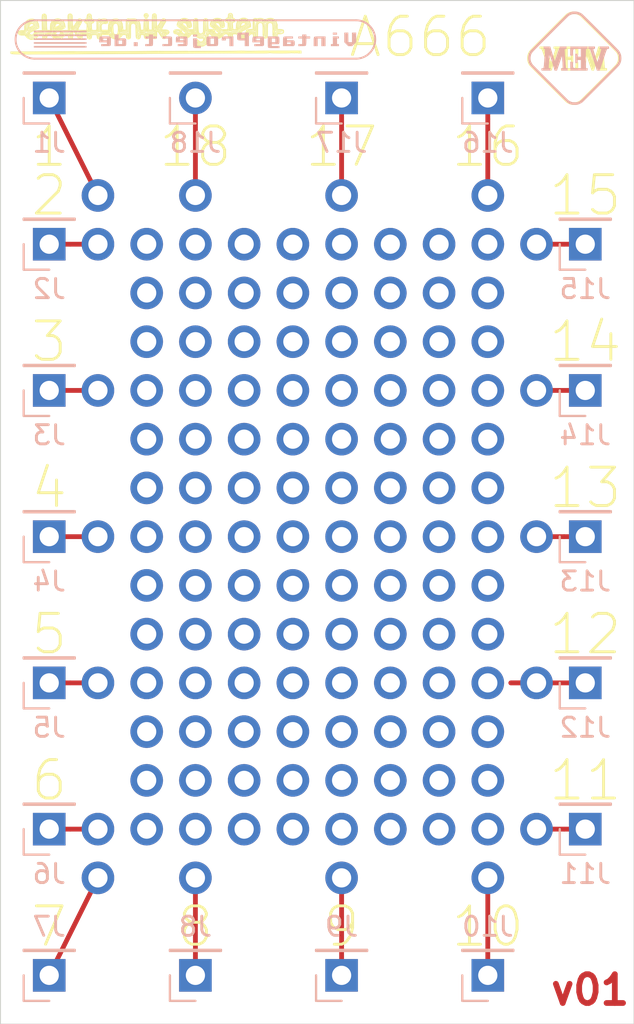
<source format=kicad_pcb>
(kicad_pcb (version 20171130) (host pcbnew "(5.1.2)-1")
  (title_block (title "NKM Proto Module A666") (date 2019-05-01) (rev v01) (company VintageProject) (comment 2 "VEB Numerik Karl Marx") (comment 3 "NKM Baukasten 100/150") (comment 4 "Proto Module A666"))
  (layers (0 F.Cu signal) (31 B.Cu signal) (34 B.Paste user) (35 F.Paste user) (36 B.SilkS user) (37 F.SilkS user) (38 B.Mask user) (39 F.Mask user) (44 Edge.Cuts user))
  (net 0 "")
  (net 1 "Net-(J1-Pad1)")
  (net 2 "Net-(J2-Pad1)")
  (net 3 "Net-(J3-Pad1)")
  (net 4 "Net-(J4-Pad1)")
  (net 5 "Net-(J5-Pad1)")
  (net 6 "Net-(J6-Pad1)")
  (net 7 "Net-(J7-Pad1)")
  (net 8 "Net-(J8-Pad1)")
  (net 9 "Net-(J9-Pad1)")
  (net 10 "Net-(J10-Pad1)")
  (net 11 "Net-(J11-Pad1)")
  (net 12 "Net-(J12-Pad1)")
  (net 13 "Net-(J13-Pad1)")
  (net 14 "Net-(J14-Pad1)")
  (net 15 "Net-(J15-Pad1)")
  (net 16 "Net-(J16-Pad1)")
  (net 17 "Net-(J17-Pad1)")
  (net 18 "Net-(J18-Pad1)")
  (module Thilo_Lib:Logo_VEM2 (layer F.Cu) (at 179.73359 63.969637)
    (fp_text reference G*** hide)
    (fp_text value LOGO hide)
  )
  (module Thilo_Lib:Logo_elektroniksystem_15mm (layer F.Cu) (at 157.929604 62.55204)
    (fp_text reference G*** hide)
    (fp_text value LOGO hide)
  )
  (module Thilo_Lib:Logo_VEM2 (layer B.Cu) (at 179.801095 63.969637 180)
    (fp_text reference G*** hide)
    (fp_text value LOGO hide)
  )
  (module Thilo_Lib:LOGO_VintageProject_F.SilkS (layer B.Cu) (at 160.02 62.992 180)
    (fp_text reference G*** hide)
    (fp_text value LOGO_VintageProject_F.SilkS hide)
  )
  (module Connector_PinHeader_2.54mm:PinHeader_1x01_P2.54mm_Vertical (layer B.Cu) (at 152.4 66.04)
    (fp_text reference J1 (at 0 2.33) (layer B.SilkS) (effects (justify mirror)))
    (fp_text value Conn_01x01_Male hide)
    (pad 1 thru_hole rect (at 0 0) (size 1.7 1.7) (drill 1) (layers *.Cu *.Mask) (net 1 "Net-(J1-Pad1)"))
  )
  (module Connector_PinHeader_2.54mm:PinHeader_1x01_P2.54mm_Vertical (layer B.Cu) (at 152.4 73.66)
    (fp_text reference J2 (at 0 2.33) (layer B.SilkS) (effects (justify mirror)))
    (fp_text value Conn_01x01_Male hide)
    (pad 1 thru_hole rect (at 0 0) (size 1.7 1.7) (drill 1) (layers *.Cu *.Mask) (net 2 "Net-(J2-Pad1)"))
  )
  (module Connector_PinHeader_2.54mm:PinHeader_1x01_P2.54mm_Vertical (layer B.Cu) (at 152.4 81.28)
    (fp_text reference J3 (at 0 2.33) (layer B.SilkS) (effects (justify mirror)))
    (fp_text value Conn_01x01_Male hide)
    (pad 1 thru_hole rect (at 0 0) (size 1.7 1.7) (drill 1) (layers *.Cu *.Mask) (net 3 "Net-(J3-Pad1)"))
  )
  (module Connector_PinHeader_2.54mm:PinHeader_1x01_P2.54mm_Vertical (layer B.Cu) (at 152.4 88.9)
    (fp_text reference J4 (at 0 2.33) (layer B.SilkS) (effects (justify mirror)))
    (fp_text value Conn_01x01_Male hide)
    (pad 1 thru_hole rect (at 0 0) (size 1.7 1.7) (drill 1) (layers *.Cu *.Mask) (net 4 "Net-(J4-Pad1)"))
  )
  (module Connector_PinHeader_2.54mm:PinHeader_1x01_P2.54mm_Vertical (layer B.Cu) (at 152.4 96.52)
    (fp_text reference J5 (at 0 2.33) (layer B.SilkS) (effects (justify mirror)))
    (fp_text value Conn_01x01_Male hide)
    (pad 1 thru_hole rect (at 0 0) (size 1.7 1.7) (drill 1) (layers *.Cu *.Mask) (net 5 "Net-(J5-Pad1)"))
  )
  (module Connector_PinHeader_2.54mm:PinHeader_1x01_P2.54mm_Vertical (layer B.Cu) (at 152.4 104.14)
    (fp_text reference J6 (at 0 2.33) (layer B.SilkS) (effects (justify mirror)))
    (fp_text value Conn_01x01_Male hide)
    (pad 1 thru_hole rect (at 0 0) (size 1.7 1.7) (drill 1) (layers *.Cu *.Mask) (net 6 "Net-(J6-Pad1)"))
  )
  (module Connector_PinHeader_2.54mm:PinHeader_1x01_P2.54mm_Vertical (layer B.Cu) (at 152.4 111.76)
    (fp_text reference J7 (at 0 -2.54) (layer B.SilkS) (effects (justify mirror)))
    (fp_text value Conn_01x01_Male hide)
    (pad 1 thru_hole rect (at 0 0) (size 1.7 1.7) (drill 1) (layers *.Cu *.Mask) (net 7 "Net-(J7-Pad1)"))
  )
  (module Connector_PinHeader_2.54mm:PinHeader_1x01_P2.54mm_Vertical (layer B.Cu) (at 160.02 111.76)
    (fp_text reference J8 (at 0 -2.54) (layer B.SilkS) (effects (justify mirror)))
    (fp_text value Conn_01x01_Male hide)
    (pad 1 thru_hole rect (at 0 0) (size 1.7 1.7) (drill 1) (layers *.Cu *.Mask) (net 8 "Net-(J8-Pad1)"))
  )
  (module Connector_PinHeader_2.54mm:PinHeader_1x01_P2.54mm_Vertical (layer B.Cu) (at 167.64 111.76)
    (fp_text reference J9 (at 0 -2.54) (layer B.SilkS) (effects (justify mirror)))
    (fp_text value Conn_01x01_Male)
    (pad 1 thru_hole rect (at 0 0) (size 1.7 1.7) (drill 1) (layers *.Cu *.Mask) (net 9 "Net-(J9-Pad1)"))
  )
  (module Connector_PinHeader_2.54mm:PinHeader_1x01_P2.54mm_Vertical (layer B.Cu) (at 175.26 111.76)
    (fp_text reference J10 (at 0 -2.54) (layer B.SilkS) (effects (justify mirror)))
    (fp_text value Conn_01x01_Male)
    (pad 1 thru_hole rect (at 0 0) (size 1.7 1.7) (drill 1) (layers *.Cu *.Mask) (net 10 "Net-(J10-Pad1)"))
  )
  (module Connector_PinHeader_2.54mm:PinHeader_1x01_P2.54mm_Vertical (layer B.Cu) (at 180.34 104.14)
    (fp_text reference J11 (at 0 2.33) (layer B.SilkS) (effects (justify mirror)))
    (fp_text value Conn_01x01_Male)
    (pad 1 thru_hole rect (at 0 0) (size 1.7 1.7) (drill 1) (layers *.Cu *.Mask) (net 11 "Net-(J11-Pad1)"))
  )
  (module Connector_PinHeader_2.54mm:PinHeader_1x01_P2.54mm_Vertical (layer B.Cu) (at 180.34 96.52)
    (fp_text reference J12 (at 0 2.33) (layer B.SilkS) (effects (justify mirror)))
    (fp_text value Conn_01x01_Male)
    (pad 1 thru_hole rect (at 0 0) (size 1.7 1.7) (drill 1) (layers *.Cu *.Mask) (net 12 "Net-(J12-Pad1)"))
  )
  (module Connector_PinHeader_2.54mm:PinHeader_1x01_P2.54mm_Vertical (layer B.Cu) (at 180.34 88.9)
    (fp_text reference J13 (at 0 2.33) (layer B.SilkS) (effects (justify mirror)))
    (fp_text value Conn_01x01_Male)
    (pad 1 thru_hole rect (at 0 0) (size 1.7 1.7) (drill 1) (layers *.Cu *.Mask) (net 13 "Net-(J13-Pad1)"))
  )
  (module Connector_PinHeader_2.54mm:PinHeader_1x01_P2.54mm_Vertical (layer B.Cu) (at 180.34 81.28)
    (fp_text reference J14 (at 0 2.33) (layer B.SilkS) (effects (justify mirror)))
    (fp_text value Conn_01x01_Male)
    (pad 1 thru_hole rect (at 0 0) (size 1.7 1.7) (drill 1) (layers *.Cu *.Mask) (net 14 "Net-(J14-Pad1)"))
  )
  (module Connector_PinHeader_2.54mm:PinHeader_1x01_P2.54mm_Vertical (layer B.Cu) (at 180.34 73.66)
    (fp_text reference J15 (at 0 2.33) (layer B.SilkS) (effects (justify mirror)))
    (fp_text value Conn_01x01_Male)
    (pad 1 thru_hole rect (at 0 0) (size 1.7 1.7) (drill 1) (layers *.Cu *.Mask) (net 15 "Net-(J15-Pad1)"))
  )
  (module Connector_PinHeader_2.54mm:PinHeader_1x01_P2.54mm_Vertical (layer B.Cu) (at 175.26 66.04)
    (fp_text reference J16 (at 0 2.33) (layer B.SilkS) (effects (justify mirror)))
    (fp_text value Conn_01x01_Male)
    (pad 1 thru_hole rect (at 0 0) (size 1.7 1.7) (drill 1) (layers *.Cu *.Mask) (net 16 "Net-(J16-Pad1)"))
  )
  (module Connector_PinHeader_2.54mm:PinHeader_1x01_P2.54mm_Vertical (layer B.Cu) (at 167.64 66.04)
    (fp_text reference J17 (at 0 2.33) (layer B.SilkS) (effects (justify mirror)))
    (fp_text value Conn_01x01_Male)
    (pad 1 thru_hole rect (at 0 0) (size 1.7 1.7) (drill 1) (layers *.Cu *.Mask) (net 17 "Net-(J17-Pad1)"))
  )
  (module Connector_PinHeader_2.54mm:PinHeader_1x01_P2.54mm_Vertical (layer B.Cu) (at 160.02 66.04)
    (fp_text reference J18 (at 0 2.33) (layer B.SilkS) (effects (justify mirror)))
    (fp_text value Conn_01x01_Male)
    (pad 1 thru_hole circle (at 0 0) (size 1.7 1.7) (drill 1) (layers *.Cu *.Mask) (net 18 "Net-(J18-Pad1)"))
  )
  (gr_text 18 (at 160.02 68.58) (layer F.SilkS) (effects (font (size 2 2))))
  (gr_text 17 (at 167.64 68.58) (layer F.SilkS) (effects (font (size 2 2))))
  (gr_text 11 (at 180.34 101.6) (layer F.SilkS) (effects (font (size 2 2))))
  (gr_text 12 (at 180.34 93.98) (layer F.SilkS) (effects (font (size 2 2))))
  (gr_text 13 (at 180.34 86.36) (layer F.SilkS) (effects (font (size 2 2))))
  (gr_text 14 (at 180.34 78.74) (layer F.SilkS) (effects (font (size 2 2))))
  (gr_text 10 (at 175.26 109.22) (layer F.SilkS) (effects (font (size 2 2))))
  (gr_text 9 (at 167.64 109.22) (layer F.SilkS) (effects (font (size 2 2))))
  (gr_text 8 (at 160.02 109.22) (layer F.SilkS) (effects (font (size 2 2))))
  (gr_text 7 (at 152.4 109.22) (layer F.SilkS) (effects (font (size 2 2))))
  (gr_text 6 (at 152.4 101.6) (layer F.SilkS) (effects (font (size 2 2))))
  (gr_text 4 (at 152.4 86.36) (layer F.SilkS) (effects (font (size 2 2))))
  (gr_text 5 (at 152.4 93.98) (layer F.SilkS) (effects (font (size 2 2))))
  (gr_text 3 (at 152.4 78.74) (layer F.SilkS) (effects (font (size 2 2))))
  (gr_text 16 (at 175.26 68.58) (layer F.SilkS) (effects (font (size 2 2))))
  (gr_line (start 149.86 93.98) (end 149.86 60.96) (layer Edge.Cuts) (width 0.05))
  (gr_line (start 182.88 93.98) (end 182.88 60.96) (layer Edge.Cuts) (width 0.05))
  (gr_line (start 182.88 60.96) (end 149.86 60.96) (layer Edge.Cuts) (width 0.05))
  (gr_line (start 182.88 114.3) (end 182.88 93.98) (layer Edge.Cuts) (width 0.05))
  (gr_line (start 149.86 114.3) (end 182.88 114.3) (layer Edge.Cuts) (width 0.05))
  (gr_line (start 149.86 93.98) (end 149.86 114.3) (layer Edge.Cuts) (width 0.05))
  (gr_text v01 (at 180.594 112.522) (layer F.Cu) (effects (font (size 1.5 1.5) (thickness 0.3))))
  (gr_text 15 (at 180.34 71.12) (layer F.SilkS) (effects (font (size 2 2))))
  (gr_text 2 (at 152.4 71.12) (layer F.SilkS) (effects (font (size 2 2))))
  (gr_text 1 (at 152.4 68.58) (layer F.SilkS) (effects (font (size 2 2))))
  (gr_text A666 (at 171.731769 62.861658) (layer F.SilkS) (effects (font (size 2 2))))
  (via (at 160.02 73.66) (size 1.7) (drill 1) (layers F.Cu B.Cu) (net 0))
  (via (at 162.56 73.66) (size 1.7) (drill 1) (layers F.Cu B.Cu) (net 0))
  (via (at 165.1 73.66) (size 1.7) (drill 1) (layers F.Cu B.Cu) (net 0))
  (via (at 167.64 73.66) (size 1.7) (drill 1) (layers F.Cu B.Cu) (net 0))
  (via (at 170.18 73.66) (size 1.7) (drill 1) (layers F.Cu B.Cu) (net 0))
  (via (at 172.72 73.66) (size 1.7) (drill 1) (layers F.Cu B.Cu) (net 0))
  (via (at 160.02 76.2) (size 1.7) (drill 1) (layers F.Cu B.Cu) (net 0))
  (via (at 162.56 76.2) (size 1.7) (drill 1) (layers F.Cu B.Cu) (net 0))
  (via (at 165.1 76.2) (size 1.7) (drill 1) (layers F.Cu B.Cu) (net 0))
  (via (at 167.64 76.2) (size 1.7) (drill 1) (layers F.Cu B.Cu) (net 0))
  (via (at 170.18 76.2) (size 1.7) (drill 1) (layers F.Cu B.Cu) (net 0))
  (via (at 172.72 76.2) (size 1.7) (drill 1) (layers F.Cu B.Cu) (net 0))
  (via (at 160.02 78.74) (size 1.7) (drill 1) (layers F.Cu B.Cu) (net 0))
  (via (at 162.56 78.74) (size 1.7) (drill 1) (layers F.Cu B.Cu) (net 0))
  (via (at 165.1 78.74) (size 1.7) (drill 1) (layers F.Cu B.Cu) (net 0))
  (via (at 167.64 78.74) (size 1.7) (drill 1) (layers F.Cu B.Cu) (net 0))
  (via (at 170.18 78.74) (size 1.7) (drill 1) (layers F.Cu B.Cu) (net 0))
  (via (at 172.72 78.74) (size 1.7) (drill 1) (layers F.Cu B.Cu) (net 0))
  (via (at 160.02 81.28) (size 1.7) (drill 1) (layers F.Cu B.Cu) (net 0))
  (via (at 162.56 81.28) (size 1.7) (drill 1) (layers F.Cu B.Cu) (net 0))
  (via (at 165.1 81.28) (size 1.7) (drill 1) (layers F.Cu B.Cu) (net 0))
  (via (at 167.64 81.28) (size 1.7) (drill 1) (layers F.Cu B.Cu) (net 0))
  (via (at 170.18 81.28) (size 1.7) (drill 1) (layers F.Cu B.Cu) (net 0))
  (via (at 172.72 81.28) (size 1.7) (drill 1) (layers F.Cu B.Cu) (net 0))
  (via (at 172.72 83.82) (size 1.7) (drill 1) (layers F.Cu B.Cu) (net 0))
  (via (at 162.56 86.36) (size 1.7) (drill 1) (layers F.Cu B.Cu) (net 0))
  (via (at 170.18 86.36) (size 1.7) (drill 1) (layers F.Cu B.Cu) (net 0))
  (via (at 162.56 88.9) (size 1.7) (drill 1) (layers F.Cu B.Cu) (net 0))
  (via (at 165.1 88.9) (size 1.7) (drill 1) (layers F.Cu B.Cu) (net 0))
  (via (at 170.18 83.82) (size 1.7) (drill 1) (layers F.Cu B.Cu) (net 0))
  (via (at 160.02 83.82) (size 1.7) (drill 1) (layers F.Cu B.Cu) (net 0))
  (via (at 162.56 83.82) (size 1.7) (drill 1) (layers F.Cu B.Cu) (net 0))
  (via (at 165.1 86.36) (size 1.7) (drill 1) (layers F.Cu B.Cu) (net 0))
  (via (at 160.02 88.9) (size 1.7) (drill 1) (layers F.Cu B.Cu) (net 0))
  (via (at 167.64 88.9) (size 1.7) (drill 1) (layers F.Cu B.Cu) (net 0))
  (via (at 165.1 83.82) (size 1.7) (drill 1) (layers F.Cu B.Cu) (net 0))
  (via (at 167.64 83.82) (size 1.7) (drill 1) (layers F.Cu B.Cu) (net 0))
  (via (at 172.72 88.9) (size 1.7) (drill 1) (layers F.Cu B.Cu) (net 0))
  (via (at 170.18 88.9) (size 1.7) (drill 1) (layers F.Cu B.Cu) (net 0))
  (via (at 160.02 86.36) (size 1.7) (drill 1) (layers F.Cu B.Cu) (net 0))
  (via (at 167.64 86.36) (size 1.7) (drill 1) (layers F.Cu B.Cu) (net 0))
  (via (at 172.72 86.36) (size 1.7) (drill 1) (layers F.Cu B.Cu) (net 0))
  (via (at 167.64 91.44) (size 1.7) (drill 1) (layers F.Cu B.Cu) (net 0))
  (via (at 165.1 91.44) (size 1.7) (drill 1) (layers F.Cu B.Cu) (net 0))
  (via (at 170.18 93.98) (size 1.7) (drill 1) (layers F.Cu B.Cu) (net 0))
  (via (at 170.18 91.44) (size 1.7) (drill 1) (layers F.Cu B.Cu) (net 0))
  (via (at 165.1 93.98) (size 1.7) (drill 1) (layers F.Cu B.Cu) (net 0))
  (via (at 167.64 93.98) (size 1.7) (drill 1) (layers F.Cu B.Cu) (net 0))
  (via (at 162.56 93.98) (size 1.7) (drill 1) (layers F.Cu B.Cu) (net 0))
  (via (at 165.1 96.52) (size 1.7) (drill 1) (layers F.Cu B.Cu) (net 0))
  (via (at 167.64 96.52) (size 1.7) (drill 1) (layers F.Cu B.Cu) (net 0))
  (via (at 172.72 91.44) (size 1.7) (drill 1) (layers F.Cu B.Cu) (net 0))
  (via (at 162.56 91.44) (size 1.7) (drill 1) (layers F.Cu B.Cu) (net 0))
  (via (at 172.72 96.52) (size 1.7) (drill 1) (layers F.Cu B.Cu) (net 0))
  (via (at 160.02 93.98) (size 1.7) (drill 1) (layers F.Cu B.Cu) (net 0))
  (via (at 162.56 96.52) (size 1.7) (drill 1) (layers F.Cu B.Cu) (net 0))
  (via (at 160.02 91.44) (size 1.7) (drill 1) (layers F.Cu B.Cu) (net 0))
  (via (at 160.02 96.52) (size 1.7) (drill 1) (layers F.Cu B.Cu) (net 0))
  (via (at 170.18 96.52) (size 1.7) (drill 1) (layers F.Cu B.Cu) (net 0))
  (via (at 172.72 93.98) (size 1.7) (drill 1) (layers F.Cu B.Cu) (net 0))
  (via (at 162.56 104.14) (size 1.7) (drill 1) (layers F.Cu B.Cu) (net 0))
  (via (at 162.56 101.6) (size 1.7) (drill 1) (layers F.Cu B.Cu) (net 0))
  (via (at 170.18 104.14) (size 1.7) (drill 1) (layers F.Cu B.Cu) (net 0))
  (via (at 165.1 104.14) (size 1.7) (drill 1) (layers F.Cu B.Cu) (net 0))
  (via (at 172.72 99.06) (size 1.7) (drill 1) (layers F.Cu B.Cu) (net 0))
  (via (at 170.18 101.6) (size 1.7) (drill 1) (layers F.Cu B.Cu) (net 0))
  (via (at 167.64 99.06) (size 1.7) (drill 1) (layers F.Cu B.Cu) (net 0))
  (via (at 167.64 101.6) (size 1.7) (drill 1) (layers F.Cu B.Cu) (net 0))
  (via (at 167.64 104.14) (size 1.7) (drill 1) (layers F.Cu B.Cu) (net 0))
  (via (at 170.18 99.06) (size 1.7) (drill 1) (layers F.Cu B.Cu) (net 0))
  (via (at 160.02 101.6) (size 1.7) (drill 1) (layers F.Cu B.Cu) (net 0))
  (via (at 162.56 99.06) (size 1.7) (drill 1) (layers F.Cu B.Cu) (net 0))
  (via (at 160.02 99.06) (size 1.7) (drill 1) (layers F.Cu B.Cu) (net 0))
  (via (at 160.02 104.14) (size 1.7) (drill 1) (layers F.Cu B.Cu) (net 0))
  (via (at 165.1 101.6) (size 1.7) (drill 1) (layers F.Cu B.Cu) (net 0))
  (via (at 165.1 99.06) (size 1.7) (drill 1) (layers F.Cu B.Cu) (net 0))
  (via (at 172.72 104.14) (size 1.7) (drill 1) (layers F.Cu B.Cu) (net 0))
  (via (at 172.72 101.6) (size 1.7) (drill 1) (layers F.Cu B.Cu) (net 0))
  (via (at 157.48 73.66) (size 1.7) (drill 1) (layers F.Cu B.Cu) (net 0))
  (via (at 157.48 76.2) (size 1.7) (drill 1) (layers F.Cu B.Cu) (net 0))
  (via (at 157.48 81.28) (size 1.7) (drill 1) (layers F.Cu B.Cu) (net 0))
  (via (at 157.48 78.74) (size 1.7) (drill 1) (layers F.Cu B.Cu) (net 0))
  (via (at 157.48 104.14) (size 1.7) (drill 1) (layers F.Cu B.Cu) (net 0))
  (via (at 157.48 101.6) (size 1.7) (drill 1) (layers F.Cu B.Cu) (net 0))
  (via (at 157.48 99.06) (size 1.7) (drill 1) (layers F.Cu B.Cu) (net 0))
  (via (at 157.48 93.98) (size 1.7) (drill 1) (layers F.Cu B.Cu) (net 0))
  (via (at 157.48 91.44) (size 1.7) (drill 1) (layers F.Cu B.Cu) (net 0))
  (via (at 157.48 96.52) (size 1.7) (drill 1) (layers F.Cu B.Cu) (net 0))
  (via (at 157.48 86.36) (size 1.7) (drill 1) (layers F.Cu B.Cu) (net 0))
  (via (at 157.48 83.82) (size 1.7) (drill 1) (layers F.Cu B.Cu) (net 0))
  (via (at 157.48 88.9) (size 1.7) (drill 1) (layers F.Cu B.Cu) (net 0))
  (via (at 175.26 76.2) (size 1.7) (drill 1) (layers F.Cu B.Cu) (net 0))
  (via (at 175.26 73.66) (size 1.7) (drill 1) (layers F.Cu B.Cu) (net 0))
  (via (at 175.26 81.28) (size 1.7) (drill 1) (layers F.Cu B.Cu) (net 0))
  (via (at 175.26 78.74) (size 1.7) (drill 1) (layers F.Cu B.Cu) (net 0))
  (via (at 175.26 104.14) (size 1.7) (drill 1) (layers F.Cu B.Cu) (net 0))
  (via (at 175.26 101.6) (size 1.7) (drill 1) (layers F.Cu B.Cu) (net 0))
  (via (at 175.26 99.06) (size 1.7) (drill 1) (layers F.Cu B.Cu) (net 0))
  (via (at 175.26 91.44) (size 1.7) (drill 1) (layers F.Cu B.Cu) (net 0))
  (via (at 175.26 96.52) (size 1.7) (drill 1) (layers F.Cu B.Cu) (net 0))
  (via (at 175.26 93.98) (size 1.7) (drill 1) (layers F.Cu B.Cu) (net 0))
  (via (at 175.26 83.82) (size 1.7) (drill 1) (layers F.Cu B.Cu) (net 0))
  (via (at 175.26 88.9) (size 1.7) (drill 1) (layers F.Cu B.Cu) (net 0))
  (via (at 175.26 86.36) (size 1.7) (drill 1) (layers F.Cu B.Cu) (net 0))
  (via (at 154.94 71.12) (size 1.7) (drill 1) (layers F.Cu B.Cu) (net 1))
  (segment (start 152.4 66.04) (end 154.94 71.12) (width 0.25) (layer F.Cu) (net 1))
  (via (at 154.94 73.66) (size 1.7) (drill 1) (layers F.Cu B.Cu) (net 2))
  (segment (start 153.5 73.66) (end 154.94 73.66) (width 0.25) (layer F.Cu) (net 2))
  (segment (start 152.4 73.66) (end 153.5 73.66) (width 0.25) (layer F.Cu) (net 2))
  (via (at 154.94 81.28) (size 1.7) (drill 1) (layers F.Cu B.Cu) (net 3))
  (segment (start 154.94 81.28) (end 152.4 81.28) (width 0.25) (layer F.Cu) (net 3))
  (via (at 154.94 88.9) (size 1.7) (drill 1) (layers F.Cu B.Cu) (net 4))
  (segment (start 152.4 88.9) (end 154.94 88.9) (width 0.25) (layer F.Cu) (net 4))
  (via (at 154.94 96.52) (size 1.7) (drill 1) (layers F.Cu B.Cu) (net 5))
  (segment (start 153.5 96.52) (end 154.94 96.52) (width 0.25) (layer F.Cu) (net 5))
  (segment (start 152.4 96.52) (end 153.5 96.52) (width 0.25) (layer F.Cu) (net 5))
  (via (at 154.94 104.14) (size 1.7) (drill 1) (layers F.Cu B.Cu) (net 6))
  (segment (start 153.5 104.14) (end 154.94 104.14) (width 0.25) (layer F.Cu) (net 6))
  (segment (start 152.4 104.14) (end 153.5 104.14) (width 0.25) (layer F.Cu) (net 6))
  (via (at 154.94 106.68) (size 1.7) (drill 1) (layers F.Cu B.Cu) (net 7))
  (segment (start 152.4 111.76) (end 154.94 106.68) (width 0.25) (layer F.Cu) (net 7))
  (via (at 160.02 106.68) (size 1.7) (drill 1) (layers F.Cu B.Cu) (net 8))
  (segment (start 160.02 111.76) (end 160.02 106.68) (width 0.25) (layer F.Cu) (net 8))
  (via (at 167.64 106.68) (size 1.7) (drill 1) (layers F.Cu B.Cu) (net 9))
  (segment (start 167.64 107.882081) (end 167.64 111.76) (width 0.25) (layer F.Cu) (net 9))
  (segment (start 167.64 106.68) (end 167.64 107.882081) (width 0.25) (layer F.Cu) (net 9))
  (via (at 175.26 106.68) (size 1.7) (drill 1) (layers F.Cu B.Cu) (net 10))
  (segment (start 175.26 106.68) (end 175.26 111.76) (width 0.25) (layer F.Cu) (net 10))
  (via (at 177.8 104.14) (size 1.7) (drill 1) (layers F.Cu B.Cu) (net 11))
  (segment (start 179.24 104.14) (end 177.8 104.14) (width 0.25) (layer F.Cu) (net 11))
  (segment (start 180.34 104.14) (end 179.24 104.14) (width 0.25) (layer F.Cu) (net 11))
  (via (at 177.8 96.52) (size 1.7) (drill 1) (layers F.Cu B.Cu) (net 12))
  (segment (start 176.462081 96.52) (end 180.34 96.52) (width 0.25) (layer F.Cu) (net 12))
  (segment (start 177.8 96.52) (end 176.462081 96.52) (width 0.25) (layer F.Cu) (net 12))
  (via (at 177.8 88.9) (size 1.7) (drill 1) (layers F.Cu B.Cu) (net 13))
  (segment (start 179.24 88.9) (end 177.8 88.9) (width 0.25) (layer F.Cu) (net 13))
  (segment (start 180.34 88.9) (end 179.24 88.9) (width 0.25) (layer F.Cu) (net 13))
  (via (at 177.8 81.28) (size 1.7) (drill 1) (layers F.Cu B.Cu) (net 14))
  (segment (start 177.8 81.28) (end 180.34 81.28) (width 0.25) (layer F.Cu) (net 14))
  (via (at 177.8 73.66) (size 1.7) (drill 1) (layers F.Cu B.Cu) (net 15))
  (segment (start 179.24 73.66) (end 177.8 73.66) (width 0.25) (layer F.Cu) (net 15))
  (segment (start 180.34 73.66) (end 179.24 73.66) (width 0.25) (layer F.Cu) (net 15))
  (via (at 175.26 71.12) (size 1.7) (drill 1) (layers F.Cu B.Cu) (net 16))
  (segment (start 175.26 67.14) (end 175.26 71.12) (width 0.25) (layer F.Cu) (net 16))
  (segment (start 175.26 66.04) (end 175.26 67.14) (width 0.25) (layer F.Cu) (net 16))
  (via (at 167.64 71.12) (size 1.7) (drill 1) (layers F.Cu B.Cu) (net 17))
  (segment (start 167.64 66.04) (end 167.64 71.12) (width 0.25) (layer F.Cu) (net 17))
  (via (at 160.02 71.12) (size 1.7) (drill 1) (layers F.Cu B.Cu) (net 18))
  (segment (start 160.02 66.04) (end 160.02 71.12) (width 0.25) (layer F.Cu) (net 18))
)
</source>
